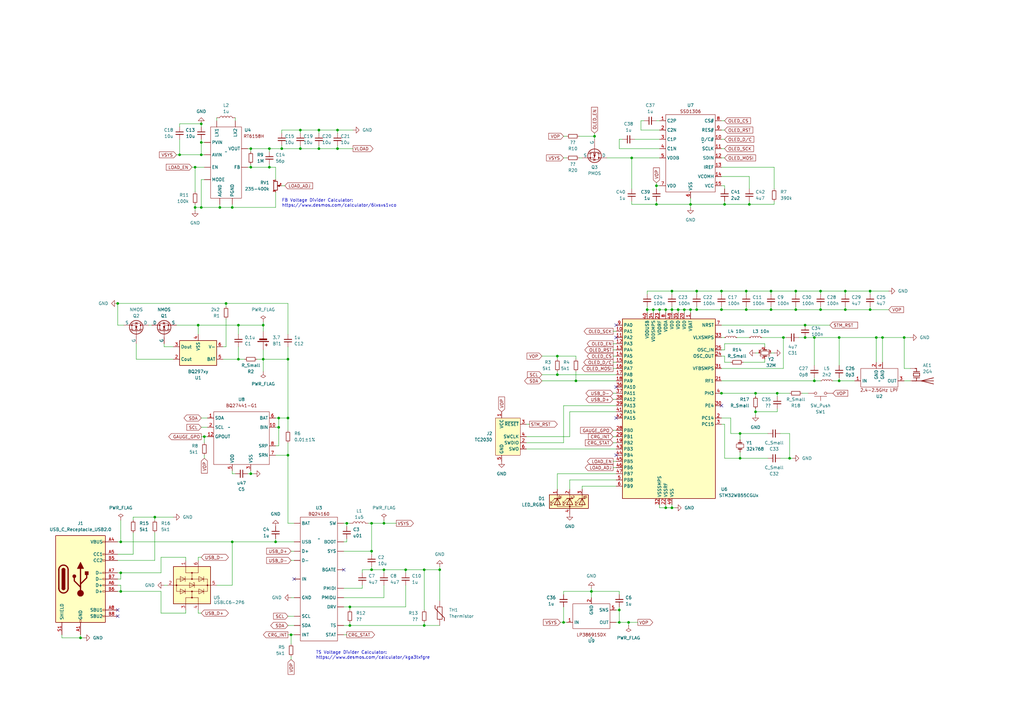
<source format=kicad_sch>
(kicad_sch (version 20230121) (generator eeschema)
  (paper "A3")
  (junction (at 138.43 53.34))
  (junction (at 370.84 138.43))
  (junction (at 330.2 133.35))
  (junction (at 102.87 60.96))
  (junction (at 130.81 60.96))
  (junction (at 344.17 156.21))
  (junction (at 297.18 83.82))
  (junction (at 114.3 175.26))
  (junction (at 278.13 127))
  (junction (at 118.11 186.69))
  (junction (at 303.53 177.8))
  (junction (at 270.51 127))
  (junction (at 157.48 214.63))
  (junction (at 275.59 119.38))
  (junction (at 280.67 127))
  (junction (at 316.23 119.38))
  (junction (at 346.71 119.38))
  (junction (at 303.53 187.96))
  (junction (at 295.91 119.38))
  (junction (at 265.43 127))
  (junction (at 269.24 83.82))
  (junction (at 173.99 233.68))
  (junction (at 361.95 138.43))
  (junction (at 143.51 256.54))
  (junction (at 336.55 127))
  (junction (at 97.79 133.35))
  (junction (at 267.97 127))
  (junction (at 123.19 53.34))
  (junction (at 49.53 222.25))
  (junction (at 152.4 214.63))
  (junction (at 334.01 138.43))
  (junction (at 63.5 212.09))
  (junction (at 82.55 58.42))
  (junction (at 113.03 222.25))
  (junction (at 309.88 161.29))
  (junction (at 359.41 138.43))
  (junction (at 107.95 133.35))
  (junction (at 309.88 168.91))
  (junction (at 326.39 119.38))
  (junction (at 283.21 83.82))
  (junction (at 49.53 234.95))
  (junction (at 157.48 233.68))
  (junction (at 152.4 233.68))
  (junction (at 142.24 214.63))
  (junction (at 243.84 55.88))
  (junction (at 306.07 119.38))
  (junction (at 228.6 146.05))
  (junction (at 326.39 127))
  (junction (at 275.59 208.28))
  (junction (at 119.38 260.35))
  (junction (at 81.28 133.35))
  (junction (at 307.34 83.82))
  (junction (at 118.11 147.32))
  (junction (at 316.23 127))
  (junction (at 49.53 242.57))
  (junction (at 107.95 147.32))
  (junction (at 130.81 53.34))
  (junction (at 231.14 255.27))
  (junction (at 92.71 124.46))
  (junction (at 356.87 127))
  (junction (at 180.34 233.68))
  (junction (at 242.57 242.57))
  (junction (at 273.05 208.28))
  (junction (at 269.24 76.2))
  (junction (at 254 255.27))
  (junction (at 356.87 119.38))
  (junction (at 73.66 63.5))
  (junction (at 273.05 127))
  (junction (at 295.91 127))
  (junction (at 285.75 119.38))
  (junction (at 236.22 156.21))
  (junction (at 334.01 156.21))
  (junction (at 95.25 222.25))
  (junction (at 48.26 124.46))
  (junction (at 80.01 68.58))
  (junction (at 80.01 85.09))
  (junction (at 323.85 187.96))
  (junction (at 283.21 127))
  (junction (at 306.07 127))
  (junction (at 321.31 138.43))
  (junction (at 336.55 119.38))
  (junction (at 110.49 60.96))
  (junction (at 228.6 153.67))
  (junction (at 82.55 85.09))
  (junction (at 318.77 161.29))
  (junction (at 346.71 127))
  (junction (at 259.08 64.77))
  (junction (at 143.51 248.92))
  (junction (at 152.4 226.06))
  (junction (at 330.2 138.43))
  (junction (at 118.11 171.45))
  (junction (at 110.49 68.58))
  (junction (at 82.55 63.5))
  (junction (at 115.57 60.96))
  (junction (at 166.37 233.68))
  (junction (at 123.19 60.96))
  (junction (at 97.79 147.32))
  (junction (at 285.75 127))
  (junction (at 102.87 194.31))
  (junction (at 83.82 179.07))
  (junction (at 114.3 171.45))
  (junction (at 257.81 255.27))
  (junction (at 102.87 68.58))
  (junction (at 295.91 161.29))
  (junction (at 254 250.19))
  (junction (at 33.02 261.62))
  (junction (at 173.99 256.54))
  (junction (at 138.43 60.96))
  (junction (at 275.59 127))
  (junction (at 95.25 85.09))
  (junction (at 90.17 85.09))
  (junction (at 344.17 138.43))
  (junction (at 82.55 50.8))
  (no_connect (at 48.26 252.73))
  (no_connect (at 252.73 171.45))
  (no_connect (at 252.73 186.69))
  (no_connect (at 252.73 138.43))
  (no_connect (at 252.73 133.35))
  (no_connect (at 252.73 158.75))
  (no_connect (at 140.97 233.68))
  (no_connect (at 120.65 237.49))
  (no_connect (at 295.91 166.37))
  (no_connect (at 48.26 250.19))
  (wire (pts (xy 252.73 250.19) (xy 254 250.19)))
  (wire (pts (xy 313.69 148.59) (xy 304.8 148.59)))
  (wire (pts (xy 97.79 147.32) (xy 91.44 147.32)))
  (wire (pts (xy 49.53 240.03) (xy 49.53 242.57)))
  (wire (pts (xy 238.76 199.39) (xy 252.73 199.39)))
  (wire (pts (xy 81.28 228.6) (xy 82.55 228.6)))
  (wire (pts (xy 316.23 119.38) (xy 306.07 119.38)))
  (wire (pts (xy 73.66 52.07) (xy 73.66 50.8)))
  (wire (pts (xy 48.26 242.57) (xy 49.53 242.57)))
  (wire (pts (xy 236.22 156.21) (xy 252.73 156.21)))
  (wire (pts (xy 107.95 143.51) (xy 107.95 147.32)))
  (wire (pts (xy 336.55 119.38) (xy 336.55 120.65)))
  (wire (pts (xy 251.46 181.61) (xy 252.73 181.61)))
  (wire (pts (xy 118.11 260.35) (xy 119.38 260.35)))
  (wire (pts (xy 321.31 151.13) (xy 295.91 151.13)))
  (wire (pts (xy 303.53 185.42) (xy 303.53 187.96)))
  (wire (pts (xy 140.97 226.06) (xy 152.4 226.06)))
  (wire (pts (xy 273.05 208.28) (xy 275.59 208.28)))
  (wire (pts (xy 107.95 147.32) (xy 118.11 147.32)))
  (wire (pts (xy 130.81 60.96) (xy 138.43 60.96)))
  (wire (pts (xy 102.87 68.58) (xy 110.49 68.58)))
  (wire (pts (xy 114.3 175.26) (xy 114.3 182.88)))
  (wire (pts (xy 356.87 119.38) (xy 364.49 119.38)))
  (wire (pts (xy 259.08 83.82) (xy 259.08 82.55)))
  (wire (pts (xy 81.28 251.46) (xy 82.55 251.46)))
  (wire (pts (xy 373.38 138.43) (xy 370.84 138.43)))
  (wire (pts (xy 222.25 153.67) (xy 228.6 153.67)))
  (wire (pts (xy 321.31 138.43) (xy 312.42 138.43)))
  (wire (pts (xy 273.05 207.01) (xy 273.05 208.28)))
  (wire (pts (xy 80.01 68.58) (xy 83.82 68.58)))
  (wire (pts (xy 130.81 53.34) (xy 123.19 53.34)))
  (wire (pts (xy 285.75 119.38) (xy 285.75 120.65)))
  (wire (pts (xy 361.95 138.43) (xy 361.95 148.59)))
  (wire (pts (xy 231.14 255.27) (xy 231.14 248.92)))
  (wire (pts (xy 113.03 222.25) (xy 120.65 222.25)))
  (wire (pts (xy 140.97 214.63) (xy 142.24 214.63)))
  (wire (pts (xy 295.91 173.99) (xy 297.18 173.99)))
  (wire (pts (xy 97.79 137.16) (xy 97.79 133.35)))
  (wire (pts (xy 270.51 76.2) (xy 269.24 76.2)))
  (wire (pts (xy 115.57 53.34) (xy 115.57 54.61)))
  (wire (pts (xy 233.68 196.85) (xy 252.73 196.85)))
  (wire (pts (xy 318.77 167.64) (xy 318.77 168.91)))
  (wire (pts (xy 231.14 166.37) (xy 252.73 166.37)))
  (wire (pts (xy 71.12 212.09) (xy 63.5 212.09)))
  (wire (pts (xy 295.91 127) (xy 285.75 127)))
  (wire (pts (xy 303.53 177.8) (xy 303.53 180.34)))
  (wire (pts (xy 113.03 182.88) (xy 114.3 182.88)))
  (wire (pts (xy 142.24 214.63) (xy 142.24 215.9)))
  (wire (pts (xy 273.05 128.27) (xy 273.05 127)))
  (wire (pts (xy 118.11 252.73) (xy 120.65 252.73)))
  (wire (pts (xy 309.88 144.78) (xy 311.15 144.78)))
  (wire (pts (xy 316.23 119.38) (xy 326.39 119.38)))
  (wire (pts (xy 233.68 168.91) (xy 233.68 179.07)))
  (wire (pts (xy 92.71 142.24) (xy 91.44 142.24)))
  (wire (pts (xy 118.11 137.16) (xy 118.11 124.46)))
  (wire (pts (xy 83.82 179.07) (xy 83.82 181.61)))
  (wire (pts (xy 144.78 53.34) (xy 138.43 53.34)))
  (wire (pts (xy 285.75 119.38) (xy 275.59 119.38)))
  (wire (pts (xy 82.55 57.15) (xy 82.55 58.42)))
  (wire (pts (xy 90.17 85.09) (xy 95.25 85.09)))
  (wire (pts (xy 152.4 233.68) (xy 152.4 232.41)))
  (wire (pts (xy 326.39 119.38) (xy 336.55 119.38)))
  (wire (pts (xy 82.55 85.09) (xy 90.17 85.09)))
  (wire (pts (xy 54.61 213.36) (xy 54.61 212.09)))
  (wire (pts (xy 119.38 229.87) (xy 120.65 229.87)))
  (wire (pts (xy 295.91 161.29) (xy 309.88 161.29)))
  (wire (pts (xy 25.4 260.35) (xy 25.4 261.62)))
  (wire (pts (xy 254 60.96) (xy 270.51 60.96)))
  (wire (pts (xy 242.57 245.11) (xy 242.57 242.57)))
  (wire (pts (xy 67.31 140.97) (xy 67.31 142.24)))
  (wire (pts (xy 231.14 166.37) (xy 231.14 181.61)))
  (wire (pts (xy 344.17 138.43) (xy 334.01 138.43)))
  (wire (pts (xy 157.48 234.95) (xy 157.48 233.68)))
  (wire (pts (xy 231.14 181.61) (xy 215.9 181.61)))
  (wire (pts (xy 148.59 240.03) (xy 148.59 241.3)))
  (wire (pts (xy 95.25 194.31) (xy 95.25 193.04)))
  (wire (pts (xy 152.4 233.68) (xy 157.48 233.68)))
  (wire (pts (xy 260.35 57.15) (xy 270.51 57.15)))
  (wire (pts (xy 248.92 64.77) (xy 259.08 64.77)))
  (wire (pts (xy 81.28 133.35) (xy 72.39 133.35)))
  (wire (pts (xy 231.14 255.27) (xy 232.41 255.27)))
  (wire (pts (xy 180.34 232.41) (xy 180.34 233.68)))
  (wire (pts (xy 152.4 233.68) (xy 148.59 233.68)))
  (wire (pts (xy 102.87 60.96) (xy 102.87 62.23)))
  (wire (pts (xy 142.24 214.63) (xy 143.51 214.63)))
  (wire (pts (xy 322.58 138.43) (xy 321.31 138.43)))
  (wire (pts (xy 314.96 177.8) (xy 303.53 177.8)))
  (wire (pts (xy 238.76 199.39) (xy 238.76 200.66)))
  (wire (pts (xy 309.88 167.64) (xy 309.88 168.91)))
  (wire (pts (xy 82.55 73.66) (xy 82.55 85.09)))
  (wire (pts (xy 81.28 250.19) (xy 81.28 251.46)))
  (wire (pts (xy 102.87 68.58) (xy 101.6 68.58)))
  (wire (pts (xy 273.05 127) (xy 275.59 127)))
  (wire (pts (xy 80.01 83.82) (xy 80.01 85.09)))
  (wire (pts (xy 215.9 184.15) (xy 252.73 184.15)))
  (wire (pts (xy 85.09 179.07) (xy 83.82 179.07)))
  (wire (pts (xy 317.5 83.82) (xy 307.34 83.82)))
  (wire (pts (xy 283.21 83.82) (xy 269.24 83.82)))
  (wire (pts (xy 280.67 127) (xy 283.21 127)))
  (wire (pts (xy 297.18 138.43) (xy 295.91 138.43)))
  (wire (pts (xy 140.97 241.3) (xy 148.59 241.3)))
  (wire (pts (xy 265.43 128.27) (xy 265.43 127)))
  (wire (pts (xy 307.34 82.55) (xy 307.34 83.82)))
  (wire (pts (xy 264.16 49.53) (xy 262.89 49.53)))
  (wire (pts (xy 251.46 146.05) (xy 252.73 146.05)))
  (wire (pts (xy 222.25 156.21) (xy 236.22 156.21)))
  (wire (pts (xy 327.66 138.43) (xy 330.2 138.43)))
  (wire (pts (xy 107.95 133.35) (xy 97.79 133.35)))
  (wire (pts (xy 295.91 156.21) (xy 334.01 156.21)))
  (wire (pts (xy 180.34 256.54) (xy 173.99 256.54)))
  (wire (pts (xy 114.3 171.45) (xy 113.03 171.45)))
  (wire (pts (xy 115.57 59.69) (xy 115.57 60.96)))
  (wire (pts (xy 344.17 138.43) (xy 344.17 149.86)))
  (wire (pts (xy 275.59 119.38) (xy 265.43 119.38)))
  (wire (pts (xy 228.6 194.31) (xy 228.6 200.66)))
  (wire (pts (xy 317.5 68.58) (xy 317.5 77.47)))
  (wire (pts (xy 78.74 68.58) (xy 80.01 68.58)))
  (wire (pts (xy 309.88 168.91) (xy 309.88 170.18)))
  (wire (pts (xy 334.01 154.94) (xy 334.01 156.21)))
  (wire (pts (xy 336.55 127) (xy 346.71 127)))
  (wire (pts (xy 110.49 62.23) (xy 110.49 60.96)))
  (wire (pts (xy 82.55 171.45) (xy 85.09 171.45)))
  (wire (pts (xy 67.31 240.03) (xy 68.58 240.03)))
  (wire (pts (xy 269.24 74.93) (xy 269.24 76.2)))
  (wire (pts (xy 306.07 125.73) (xy 306.07 127)))
  (wire (pts (xy 295.91 119.38) (xy 285.75 119.38)))
  (wire (pts (xy 265.43 119.38) (xy 265.43 120.65)))
  (wire (pts (xy 297.18 83.82) (xy 283.21 83.82)))
  (wire (pts (xy 321.31 151.13) (xy 321.31 138.43)))
  (wire (pts (xy 323.85 177.8) (xy 323.85 187.96)))
  (wire (pts (xy 251.46 143.51) (xy 252.73 143.51)))
  (wire (pts (xy 80.01 86.36) (xy 80.01 85.09)))
  (wire (pts (xy 113.03 78.74) (xy 113.03 85.09)))
  (wire (pts (xy 82.55 58.42) (xy 83.82 58.42)))
  (wire (pts (xy 334.01 138.43) (xy 334.01 149.86)))
  (wire (pts (xy 257.81 255.27) (xy 257.81 256.54)))
  (wire (pts (xy 107.95 132.08) (xy 107.95 133.35)))
  (wire (pts (xy 118.11 256.54) (xy 120.65 256.54)))
  (wire (pts (xy 107.95 133.35) (xy 107.95 135.89)))
  (wire (pts (xy 48.26 133.35) (xy 48.26 124.46)))
  (wire (pts (xy 254 57.15) (xy 254 60.96)))
  (wire (pts (xy 306.07 127) (xy 295.91 127)))
  (wire (pts (xy 143.51 256.54) (xy 143.51 255.27)))
  (wire (pts (xy 242.57 242.57) (xy 254 242.57)))
  (wire (pts (xy 243.84 55.88) (xy 243.84 57.15)))
  (wire (pts (xy 297.18 143.51) (xy 297.18 140.97)))
  (wire (pts (xy 275.59 127) (xy 275.59 128.27)))
  (wire (pts (xy 346.71 119.38) (xy 346.71 120.65)))
  (wire (pts (xy 95.25 222.25) (xy 113.03 222.25)))
  (wire (pts (xy 295.91 133.35) (xy 330.2 133.35)))
  (wire (pts (xy 82.55 179.07) (xy 83.82 179.07)))
  (wire (pts (xy 66.04 242.57) (xy 66.04 251.46)))
  (wire (pts (xy 243.84 54.61) (xy 243.84 55.88)))
  (wire (pts (xy 49.53 222.25) (xy 95.25 222.25)))
  (wire (pts (xy 255.27 57.15) (xy 254 57.15)))
  (wire (pts (xy 97.79 147.32) (xy 100.33 147.32)))
  (wire (pts (xy 119.38 245.11) (xy 120.65 245.11)))
  (wire (pts (xy 299.72 171.45) (xy 295.91 171.45)))
  (wire (pts (xy 71.12 147.32) (xy 55.88 147.32)))
  (wire (pts (xy 295.91 60.96) (xy 297.18 60.96)))
  (wire (pts (xy 261.62 255.27) (xy 257.81 255.27)))
  (wire (pts (xy 251.46 189.23) (xy 252.73 189.23)))
  (wire (pts (xy 252.73 163.83) (xy 251.46 163.83)))
  (wire (pts (xy 242.57 242.57) (xy 242.57 241.3)))
  (wire (pts (xy 356.87 120.65) (xy 356.87 119.38)))
  (wire (pts (xy 295.91 64.77) (xy 297.18 64.77)))
  (wire (pts (xy 350.52 156.21) (xy 344.17 156.21)))
  (wire (pts (xy 231.14 242.57) (xy 242.57 242.57)))
  (wire (pts (xy 270.51 127) (xy 273.05 127)))
  (wire (pts (xy 157.48 233.68) (xy 166.37 233.68)))
  (wire (pts (xy 63.5 229.87) (xy 63.5 218.44)))
  (wire (pts (xy 118.11 214.63) (xy 120.65 214.63)))
  (wire (pts (xy 313.69 140.97) (xy 313.69 142.24)))
  (wire (pts (xy 48.26 229.87) (xy 63.5 229.87)))
  (wire (pts (xy 25.4 261.62) (xy 33.02 261.62)))
  (wire (pts (xy 275.59 119.38) (xy 275.59 120.65)))
  (wire (pts (xy 48.26 237.49) (xy 49.53 237.49)))
  (wire (pts (xy 110.49 60.96) (xy 115.57 60.96)))
  (wire (pts (xy 283.21 127) (xy 283.21 128.27)))
  (wire (pts (xy 166.37 240.03) (xy 166.37 248.92)))
  (wire (pts (xy 297.18 187.96) (xy 303.53 187.96)))
  (wire (pts (xy 49.53 234.95) (xy 66.04 234.95)))
  (wire (pts (xy 73.66 50.8) (xy 82.55 50.8)))
  (wire (pts (xy 81.28 228.6) (xy 81.28 229.87)))
  (wire (pts (xy 83.82 186.69) (xy 83.82 187.96)))
  (wire (pts (xy 307.34 138.43) (xy 302.26 138.43)))
  (wire (pts (xy 254 250.19) (xy 254 248.92)))
  (wire (pts (xy 344.17 156.21) (xy 341.63 156.21)))
  (wire (pts (xy 303.53 177.8) (xy 299.72 177.8)))
  (wire (pts (xy 166.37 233.68) (xy 166.37 234.95)))
  (wire (pts (xy 313.69 147.32) (xy 313.69 148.59)))
  (wire (pts (xy 370.84 138.43) (xy 370.84 151.13)))
  (wire (pts (xy 307.34 83.82) (xy 297.18 83.82)))
  (wire (pts (xy 283.21 127) (xy 285.75 127)))
  (wire (pts (xy 48.26 234.95) (xy 49.53 234.95)))
  (wire (pts (xy 299.72 177.8) (xy 299.72 171.45)))
  (wire (pts (xy 33.02 261.62) (xy 34.29 261.62)))
  (wire (pts (xy 107.95 147.32) (xy 105.41 147.32)))
  (wire (pts (xy 54.61 212.09) (xy 63.5 212.09)))
  (wire (pts (xy 331.47 161.29) (xy 328.93 161.29)))
  (wire (pts (xy 346.71 125.73) (xy 346.71 127)))
  (wire (pts (xy 151.13 214.63) (xy 152.4 214.63)))
  (wire (pts (xy 82.55 52.07) (xy 82.55 50.8)))
  (wire (pts (xy 326.39 127) (xy 336.55 127)))
  (wire (pts (xy 110.49 60.96) (xy 102.87 60.96)))
  (wire (pts (xy 251.46 140.97) (xy 252.73 140.97)))
  (wire (pts (xy 251.46 176.53) (xy 252.73 176.53)))
  (wire (pts (xy 66.04 228.6) (xy 76.2 228.6)))
  (wire (pts (xy 278.13 127) (xy 278.13 128.27)))
  (wire (pts (xy 323.85 177.8) (xy 320.04 177.8)))
  (wire (pts (xy 316.23 119.38) (xy 316.23 120.65)))
  (wire (pts (xy 76.2 228.6) (xy 76.2 229.87)))
  (wire (pts (xy 316.23 125.73) (xy 316.23 127)))
  (wire (pts (xy 96.52 48.26) (xy 96.52 49.53)))
  (wire (pts (xy 318.77 161.29) (xy 309.88 161.29)))
  (wire (pts (xy 80.01 85.09) (xy 82.55 85.09)))
  (wire (pts (xy 297.18 82.55) (xy 297.18 83.82)))
  (wire (pts (xy 309.88 161.29) (xy 309.88 162.56)))
  (wire (pts (xy 118.11 186.69) (xy 118.11 214.63)))
  (wire (pts (xy 113.03 220.98) (xy 113.03 222.25)))
  (wire (pts (xy 359.41 138.43) (xy 359.41 148.59)))
  (wire (pts (xy 97.79 147.32) (xy 97.79 142.24)))
  (wire (pts (xy 370.84 156.21) (xy 373.38 156.21)))
  (wire (pts (xy 113.03 68.58) (xy 113.03 73.66)))
  (wire (pts (xy 275.59 207.01) (xy 275.59 208.28)))
  (wire (pts (xy 275.59 127) (xy 278.13 127)))
  (wire (pts (xy 173.99 255.27) (xy 173.99 256.54)))
  (wire (pts (xy 140.97 245.11) (xy 157.48 245.11)))
  (wire (pts (xy 102.87 194.31) (xy 102.87 193.04)))
  (wire (pts (xy 88.9 48.26) (xy 88.9 49.53)))
  (wire (pts (xy 63.5 212.09) (xy 63.5 213.36)))
  (wire (pts (xy 231.14 64.77) (xy 232.41 64.77)))
  (wire (pts (xy 123.19 60.96) (xy 130.81 60.96)))
  (wire (pts (xy 231.14 243.84) (xy 231.14 242.57)))
  (wire (pts (xy 356.87 125.73) (xy 356.87 127)))
  (wire (pts (xy 237.49 64.77) (xy 238.76 64.77)))
  (wire (pts (xy 101.6 60.96) (xy 102.87 60.96)))
  (wire (pts (xy 152.4 226.06) (xy 152.4 227.33)))
  (wire (pts (xy 233.68 168.91) (xy 252.73 168.91)))
  (wire (pts (xy 66.04 234.95) (xy 66.04 228.6)))
  (wire (pts (xy 173.99 233.68) (xy 173.99 250.19)))
  (wire (pts (xy 66.04 251.46) (xy 76.2 251.46)))
  (wire (pts (xy 142.24 222.25) (xy 142.24 220.98)))
  (wire (pts (xy 73.66 57.15) (xy 73.66 63.5)))
  (wire (pts (xy 297.18 148.59) (xy 297.18 146.05)))
  (wire (pts (xy 228.6 153.67) (xy 252.73 153.67)))
  (wire (pts (xy 325.12 187.96) (xy 323.85 187.96)))
  (wire (pts (xy 270.51 208.28) (xy 273.05 208.28)))
  (wire (pts (xy 344.17 154.94) (xy 344.17 156.21)))
  (wire (pts (xy 299.72 148.59) (xy 297.18 148.59)))
  (wire (pts (xy 259.08 77.47) (xy 259.08 64.77)))
  (wire (pts (xy 90.17 83.82) (xy 90.17 85.09)))
  (wire (pts (xy 81.28 137.16) (xy 81.28 133.35)))
  (wire (pts (xy 48.26 240.03) (xy 49.53 240.03)))
  (wire (pts (xy 148.59 234.95) (xy 148.59 233.68)))
  (wire (pts (xy 119.38 260.35) (xy 120.65 260.35)))
  (wire (pts (xy 233.68 179.07) (xy 215.9 179.07)))
  (wire (pts (xy 236.22 146.05) (xy 228.6 146.05)))
  (wire (pts (xy 82.55 63.5) (xy 82.55 58.42)))
  (wire (pts (xy 152.4 214.63) (xy 157.48 214.63)))
  (wire (pts (xy 49.53 242.57) (xy 66.04 242.57)))
  (wire (pts (xy 326.39 125.73) (xy 326.39 127)))
  (wire (pts (xy 326.39 127) (xy 316.23 127)))
  (wire (pts (xy 323.85 187.96) (xy 320.04 187.96)))
  (wire (pts (xy 294.64 161.29) (xy 295.91 161.29)))
  (wire (pts (xy 269.24 49.53) (xy 270.51 49.53)))
  (wire (pts (xy 254 255.27) (xy 254 250.19)))
  (wire (pts (xy 295.91 57.15) (xy 297.18 57.15)))
  (wire (pts (xy 251.46 135.89) (xy 252.73 135.89)))
  (wire (pts (xy 118.11 147.32) (xy 118.11 171.45)))
  (wire (pts (xy 283.21 83.82) (xy 283.21 85.09)))
  (wire (pts (xy 130.81 59.69) (xy 130.81 60.96)))
  (wire (pts (xy 180.34 233.68) (xy 180.34 246.38)))
  (wire (pts (xy 236.22 147.32) (xy 236.22 146.05)))
  (wire (pts (xy 110.49 67.31) (xy 110.49 68.58)))
  (wire (pts (xy 76.2 251.46) (xy 76.2 250.19)))
  (wire (pts (xy 295.91 125.73) (xy 295.91 127)))
  (wire (pts (xy 269.24 76.2) (xy 269.24 77.47)))
  (wire (pts (xy 119.38 260.35) (xy 119.38 264.16)))
  (wire (pts (xy 251.46 148.59) (xy 252.73 148.59)))
  (wire (pts (xy 306.07 119.38) (xy 295.91 119.38)))
  (wire (pts (xy 114.3 171.45) (xy 114.3 175.26)))
  (wire (pts (xy 295.91 53.34) (xy 297.18 53.34)))
  (wire (pts (xy 318.77 168.91) (xy 309.88 168.91)))
  (wire (pts (xy 138.43 59.69) (xy 138.43 60.96)))
  (wire (pts (xy 92.71 125.73) (xy 92.71 124.46)))
  (wire (pts (xy 330.2 138.43) (xy 334.01 138.43)))
  (wire (pts (xy 317.5 82.55) (xy 317.5 83.82)))
  (wire (pts (xy 314.96 187.96) (xy 303.53 187.96)))
  (wire (pts (xy 118.11 171.45) (xy 114.3 171.45)))
  (wire (pts (xy 138.43 60.96) (xy 144.78 60.96)))
  (wire (pts (xy 97.79 133.35) (xy 81.28 133.35)))
  (wire (pts (xy 140.97 260.35) (xy 142.24 260.35)))
  (wire (pts (xy 278.13 127) (xy 280.67 127)))
  (wire (pts (xy 285.75 125.73) (xy 285.75 127)))
  (wire (pts (xy 346.71 119.38) (xy 356.87 119.38)))
  (wire (pts (xy 49.53 213.36) (xy 49.53 222.25)))
  (wire (pts (xy 138.43 53.34) (xy 138.43 54.61)))
  (wire (pts (xy 228.6 194.31) (xy 252.73 194.31)))
  (wire (pts (xy 283.21 81.28) (xy 283.21 83.82)))
  (wire (pts (xy 330.2 133.35) (xy 340.36 133.35)))
  (wire (pts (xy 336.55 156.21) (xy 334.01 156.21)))
  (wire (pts (xy 370.84 138.43) (xy 361.95 138.43)))
  (wire (pts (xy 270.51 207.01) (xy 270.51 208.28)))
  (wire (pts (xy 123.19 53.34) (xy 115.57 53.34)))
  (wire (pts (xy 252.73 255.27) (xy 254 255.27)))
  (wire (pts (xy 270.51 127) (xy 270.51 128.27)))
  (wire (pts (xy 83.82 63.5) (xy 82.55 63.5)))
  (wire (pts (xy 104.14 194.31) (xy 102.87 194.31)))
  (wire (pts (xy 295.91 119.38) (xy 295.91 120.65)))
  (wire (pts (xy 326.39 119.38) (xy 326.39 120.65)))
  (wire (pts (xy 152.4 214.63) (xy 152.4 226.06)))
  (wire (pts (xy 231.14 255.27) (xy 229.87 255.27)))
  (wire (pts (xy 251.46 179.07) (xy 252.73 179.07)))
  (wire (pts (xy 346.71 127) (xy 356.87 127)))
  (wire (pts (xy 123.19 53.34) (xy 123.19 54.61)))
  (wire (pts (xy 138.43 53.34) (xy 130.81 53.34)))
  (wire (pts (xy 83.82 73.66) (xy 82.55 73.66)))
  (wire (pts (xy 251.46 191.77) (xy 252.73 191.77)))
  (wire (pts (xy 54.61 227.33) (xy 54.61 218.44)))
  (wire (pts (xy 49.53 237.49) (xy 49.53 234.95)))
  (wire (pts (xy 48.26 227.33) (xy 54.61 227.33)))
  (wire (pts (xy 233.68 196.85) (xy 233.68 200.66)))
  (wire (pts (xy 297.18 173.99) (xy 297.18 187.96)))
  (wire (pts (xy 297.18 76.2) (xy 295.91 76.2)))
  (wire (pts (xy 95.25 85.09) (xy 113.03 85.09)))
  (wire (pts (xy 118.11 147.32) (xy 118.11 142.24)))
  (wire (pts (xy 130.81 53.34) (xy 130.81 54.61)))
  (wire (pts (xy 280.67 127) (xy 280.67 128.27)))
  (wire (pts (xy 102.87 194.31) (xy 101.6 194.31)))
  (wire (pts (xy 166.37 233.68) (xy 173.99 233.68)))
  (wire (pts (xy 254 242.57) (xy 254 243.84)))
  (wire (pts (xy 157.48 213.36) (xy 157.48 214.63)))
  (wire (pts (xy 95.25 83.82) (xy 95.25 85.09)))
  (wire (pts (xy 236.22 152.4) (xy 236.22 156.21)))
  (wire (pts (xy 251.46 151.13) (xy 252.73 151.13)))
  (wire (pts (xy 118.11 186.69) (xy 113.03 186.69)))
  (wire (pts (xy 295.91 68.58) (xy 317.5 68.58)))
  (wire (pts (xy 267.97 127) (xy 267.97 128.27)))
  (wire (pts (xy 140.97 222.25) (xy 142.24 222.25)))
  (wire (pts (xy 318.77 161.29) (xy 323.85 161.29)))
  (wire (pts (xy 157.48 214.63) (xy 162.56 214.63)))
  (wire (pts (xy 265.43 125.73) (xy 265.43 127)))
  (wire (pts (xy 50.8 133.35) (xy 48.26 133.35)))
  (wire (pts (xy 297.18 140.97) (xy 313.69 140.97)))
  (wire (pts (xy 62.23 133.35) (xy 60.96 133.35)))
  (wire (pts (xy 96.52 194.31) (xy 95.25 194.31)))
  (wire (pts (xy 118.11 181.61) (xy 118.11 186.69)))
  (wire (pts (xy 297.18 77.47) (xy 297.18 76.2)))
  (wire (pts (xy 373.38 151.13) (xy 370.84 151.13)))
  (wire (pts (xy 33.02 260.35) (xy 33.02 261.62)))
  (wire (pts (xy 114.3 175.26) (xy 113.03 175.26)))
  (wire (pts (xy 359.41 138.43) (xy 344.17 138.43)))
  (wire (pts (xy 92.71 142.24) (xy 92.71 130.81)))
  (wire (pts (xy 143.51 248.92) (xy 140.97 248.92)))
  (wire (pts (xy 231.14 55.88) (xy 232.41 55.88)))
  (wire (pts (xy 217.17 173.99) (xy 215.9 173.99)))
  (wire (pts (xy 55.88 147.32) (xy 55.88 140.97)))
  (wire (pts (xy 95.25 240.03) (xy 95.25 222.25)))
  (wire (pts (xy 72.39 63.5) (xy 73.66 63.5)))
  (wire (pts (xy 102.87 67.31) (xy 102.87 68.58)))
  (wire (pts (xy 118.11 171.45) (xy 118.11 176.53)))
  (wire (pts (xy 228.6 147.32) (xy 228.6 146.05)))
  (wire (pts (xy 228.6 146.05) (xy 222.25 146.05)))
  (wire (pts (xy 295.91 49.53) (xy 297.18 49.53)))
  (wire (pts (xy 88.9 240.03) (xy 95.25 240.03)))
  (wire (pts (xy 119.38 269.24) (xy 119.38 270.51)))
  (wire (pts (xy 269.24 82.55) (xy 269.24 83.82)))
  (wire (pts (xy 262.89 49.53) (xy 262.89 53.34)))
  (wire (pts (xy 143.51 248.92) (xy 143.51 250.19)))
  (wire (pts (xy 113.03 68.58) (xy 110.49 68.58)))
  (wire (pts (xy 118.11 124.46) (xy 92.71 124.46)))
  (wire (pts (xy 119.38 226.06) (xy 120.65 226.06)))
  (wire (pts (xy 306.07 119.38) (xy 306.07 120.65)))
  (wire (pts (xy 259.08 64.77) (xy 270.51 64.77)))
  (wire (pts (xy 73.66 63.5) (xy 82.55 63.5)))
  (wire (pts (xy 275.59 208.28) (xy 276.86 208.28)))
  (wire (pts (xy 237.49 55.88) (xy 243.84 55.88)))
  (wire (pts (xy 115.57 76.2) (xy 116.84 76.2)))
  (wire (pts (xy 267.97 127) (xy 270.51 127)))
  (wire (pts (xy 254 255.27) (xy 257.81 255.27)))
  (wire (pts (xy 275.59 125.73) (xy 275.59 127)))
  (wire (pts (xy 48.26 222.25) (xy 49.53 222.25)))
  (wire (pts (xy 297.18 146.05) (xy 295.91 146.05)))
  (wire (pts (xy 269.24 83.82) (xy 259.08 83.82)))
  (wire (pts (xy 82.55 175.26) (xy 85.09 175.26)))
  (wire (pts (xy 336.55 119.38) (xy 346.71 119.38)))
  (wire (pts (xy 107.95 147.32) (xy 107.95 152.4)))
  (wire (pts (xy 356.87 127) (xy 364.49 127)))
  (wire (pts (xy 307.34 72.39) (xy 295.91 72.39)))
  (wire (pts (xy 67.31 142.24) (xy 71.12 142.24)))
  (wire (pts (xy 140.97 256.54) (xy 143.51 256.54)))
  (wire (pts (xy 361.95 138.43) (xy 359.41 138.43)))
  (wire (pts (xy 307.34 77.47) (xy 307.34 72.39)))
  (wire (pts (xy 228.6 152.4) (xy 228.6 153.67)))
  (wire (pts (xy 265.43 127) (xy 267.97 127)))
  (wire (pts (xy 336.55 125.73) (xy 336.55 127)))
  (wire (pts (xy 297.18 143.51) (xy 295.91 143.51)))
  (wire (pts (xy 166.37 248.92) (xy 143.51 248.92)))
  (wire (pts (xy 316.23 127) (xy 306.07 127)))
  (wire (pts (xy 173.99 256.54) (xy 143.51 256.54)))
  (wire (pts (xy 48.26 124.46) (xy 92.71 124.46)))
  (wire (pts (xy 80.01 68.58) (xy 80.01 78.74)))
  (wire (pts (xy 316.23 144.78) (xy 317.5 144.78)))
  (wire (pts (xy 123.19 59.69) (xy 123.19 60.96)))
  (wire (pts (xy 157.48 240.03) (xy 157.48 245.11)))
  (wire (pts (xy 173.99 233.68) (xy 180.34 233.68)))
  (wire (pts (xy 262.89 53.34) (xy 270.51 53.34)))
  (wire (pts (xy 252.73 161.29) (xy 251.46 161.29)))
  (wire (pts (xy 115.57 60.96) (xy 123.19 60.96)))
  (wire (pts (xy 318.77 162.56) (xy 318.77 161.29)))
  (text "FB Voltage Divider Calculator:\nhttps://www.desmos.com/calculator/6lxsvs1vco" (at 115.57 85.09 0) (effects (font (size 1.27 1.27)) (justify left bottom)))
  (text "TS Voltage Divider Calculator:\nhttps://www.desmos.com/calculator/kga3txfgre" (at 129.54 270.51 0) (effects (font (size 1.27 1.27)) (justify left bottom)))
  (global_label "VLOAD" (shape output) (at 144.78 60.96 0) (property "Intersheetrefs" "${INTERSHEET_REFS}" (effects hide)))
  (global_label "USB_D-" (shape bidirectional) (at 82.55 228.6 0) (property "Intersheetrefs" "${INTERSHEET_REFS}" (effects hide)))
  (global_label "VOP" (shape input) (at 364.49 127 0) (property "Intersheetrefs" "${INTERSHEET_REFS}" (effects hide)))
  (global_label "SCL" (shape input) (at 222.25 153.67 180) (property "Intersheetrefs" "${INTERSHEET_REFS}" (effects hide)))
  (global_label "SCL" (shape input) (at 118.11 252.73 180) (property "Intersheetrefs" "${INTERSHEET_REFS}" (effects hide)))
  (global_label "OLED_EN" (shape input) (at 243.84 54.61 90) (property "Intersheetrefs" "${INTERSHEET_REFS}" (effects hide)))
  (global_label "SDA" (shape bidirectional) (at 82.55 171.45 180) (property "Intersheetrefs" "${INTERSHEET_REFS}" (effects hide)))
  (global_label "CRG_INT" (shape output) (at 118.11 260.35 180) (property "Intersheetrefs" "${INTERSHEET_REFS}" (effects hide)))
  (global_label "USB_D+" (shape bidirectional) (at 251.46 163.83 180) (property "Intersheetrefs" "${INTERSHEET_REFS}" (effects hide)))
  (global_label "USB_D-" (shape bidirectional) (at 251.46 161.29 180) (property "Intersheetrefs" "${INTERSHEET_REFS}" (effects hide)))
  (global_label "VOP" (shape input) (at 231.14 55.88 180) (property "Intersheetrefs" "${INTERSHEET_REFS}" (effects hide)))
  (global_label "LOAD_EN" (shape output) (at 251.46 189.23 180) (property "Intersheetrefs" "${INTERSHEET_REFS}" (effects hide)))
  (global_label "OLED_CS" (shape input) (at 297.18 49.53 0) (property "Intersheetrefs" "${INTERSHEET_REFS}" (effects hide)))
  (global_label "SCL" (shape input) (at 82.55 175.26 180) (property "Intersheetrefs" "${INTERSHEET_REFS}" (effects hide)))
  (global_label "OLED_MOSI" (shape input) (at 297.18 64.77 0) (property "Intersheetrefs" "${INTERSHEET_REFS}" (effects hide)))
  (global_label "VOP" (shape input) (at 119.38 270.51 270) (property "Intersheetrefs" "${INTERSHEET_REFS}" (effects hide)))
  (global_label "OLED_RST" (shape output) (at 251.46 143.51 180) (property "Intersheetrefs" "${INTERSHEET_REFS}" (effects hide)))
  (global_label "VOP" (shape input) (at 341.63 161.29 0) (property "Intersheetrefs" "${INTERSHEET_REFS}" (effects hide)))
  (global_label "LOAD_ADJ" (shape input) (at 116.84 76.2 0) (property "Intersheetrefs" "${INTERSHEET_REFS}" (effects hide)))
  (global_label "OLED_MOSI" (shape output) (at 251.46 151.13 180) (property "Intersheetrefs" "${INTERSHEET_REFS}" (effects hide)))
  (global_label "VSYS" (shape input) (at 72.39 63.5 180) (property "Intersheetrefs" "${INTERSHEET_REFS}" (effects hide)))
  (global_label "USB_D+" (shape input) (at 119.38 226.06 180) (property "Intersheetrefs" "${INTERSHEET_REFS}" (effects hide)))
  (global_label "VOP" (shape input) (at 83.82 187.96 270) (property "Intersheetrefs" "${INTERSHEET_REFS}" (effects hide)))
  (global_label "GAUGE_GPO" (shape input) (at 251.46 176.53 180) (property "Intersheetrefs" "${INTERSHEET_REFS}" (effects hide)))
  (global_label "LOAD_ADJ" (shape output) (at 251.46 191.77 180) (property "Intersheetrefs" "${INTERSHEET_REFS}" (effects hide)))
  (global_label "GAUGE_GPO" (shape output) (at 82.55 179.07 180) (property "Intersheetrefs" "${INTERSHEET_REFS}" (effects hide)))
  (global_label "VSYS" (shape input) (at 229.87 255.27 180) (property "Intersheetrefs" "${INTERSHEET_REFS}" (effects hide)))
  (global_label "VOP" (shape input) (at 222.25 146.05 180) (property "Intersheetrefs" "${INTERSHEET_REFS}" (effects hide)))
  (global_label "STM_RST " (shape output) (at 217.17 173.99 0) (property "Intersheetrefs" "${INTERSHEET_REFS}" (effects hide)))
  (global_label "CRG_INT" (shape input) (at 251.46 179.07 180) (property "Intersheetrefs" "${INTERSHEET_REFS}" (effects hide)))
  (global_label "STM_RST " (shape input) (at 340.36 133.35 0) (property "Intersheetrefs" "${INTERSHEET_REFS}" (effects hide)))
  (global_label "OLED_D{slash}C" (shape output) (at 251.46 148.59 180) (property "Intersheetrefs" "${INTERSHEET_REFS}" (effects hide)))
  (global_label "OLED_SCK" (shape input) (at 297.18 60.96 0) (property "Intersheetrefs" "${INTERSHEET_REFS}" (effects hide)))
  (global_label "USB_D+" (shape bidirectional) (at 82.55 251.46 0) (property "Intersheetrefs" "${INTERSHEET_REFS}" (effects hide)))
  (global_label "LOAD_EN" (shape input) (at 78.74 68.58 180) (property "Intersheetrefs" "${INTERSHEET_REFS}" (effects hide)))
  (global_label "VSYS" (shape input) (at 231.14 64.77 180) (property "Intersheetrefs" "${INTERSHEET_REFS}" (effects hide)))
  (global_label "VOP" (shape input) (at 269.24 74.93 90) (property "Intersheetrefs" "${INTERSHEET_REFS}" (effects hide)))
  (global_label "VSYS" (shape output) (at 162.56 214.63 0) (property "Intersheetrefs" "${INTERSHEET_REFS}" (effects hide)))
  (global_label "CRG_STAT" (shape input) (at 251.46 181.61 180) (property "Intersheetrefs" "${INTERSHEET_REFS}" (effects hide)))
  (global_label "VOP" (shape input) (at 205.74 168.91 90) (property "Intersheetrefs" "${INTERSHEET_REFS}" (effects hide)))
  (global_label "VOP" (shape output) (at 261.62 255.27 0) (property "Intersheetrefs" "${INTERSHEET_REFS}" (effects hide)))
  (global_label "CRG_STAT" (shape output) (at 142.24 260.35 0) (property "Intersheetrefs" "${INTERSHEET_REFS}" (effects hide)))
  (global_label "OLED_CS" (shape output) (at 251.46 146.05 180) (property "Intersheetrefs" "${INTERSHEET_REFS}" (effects hide)))
  (global_label "OLED_D{slash}C" (shape input) (at 297.18 57.15 0) (property "Intersheetrefs" "${INTERSHEET_REFS}" (effects hide)))
  (global_label "OLED_SCK" (shape output) (at 251.46 135.89 180) (property "Intersheetrefs" "${INTERSHEET_REFS}" (effects hide)))
  (global_label "USB_D-" (shape input) (at 119.38 229.87 180) (property "Intersheetrefs" "${INTERSHEET_REFS}" (effects hide)))
  (global_label "SDA" (shape bidirectional) (at 222.25 156.21 180) (property "Intersheetrefs" "${INTERSHEET_REFS}" (effects hide)))
  (global_label "OLED_EN" (shape output) (at 251.46 140.97 180) (property "Intersheetrefs" "${INTERSHEET_REFS}" (effects hide)))
  (global_label "OLED_RST" (shape input) (at 297.18 53.34 0) (property "Intersheetrefs" "${INTERSHEET_REFS}" (effects hide)))
  (global_label "SDA" (shape bidirectional) (at 118.11 256.54 180) (property "Intersheetrefs" "${INTERSHEET_REFS}" (effects hide)))
  (symbol (lib_id "Device:C_Small") (at 356.87 123.19 0) (unit 1)
    (property "Reference" "C25" (at 359.41 121.9263 0) (effects (justify left)))
    (property "Value" "4u7" (at 359.41 124.4663 0) (effects (justify left)))
  )
  (symbol (lib_id "Device:R_Small") (at 80.01 81.28 0) (mirror y) (unit 1)
    (property "Reference" "R11" (at 77.47 80.01 0) (effects (justify left)))
    (property "Value" "100k" (at 77.47 82.55 0) (effects (justify left)))
  )
  (symbol (lib_id "Device:C_Small") (at 344.17 152.4 0) (unit 1)
    (property "Reference" "C26" (at 346.71 151.1363 0) (effects (justify left)))
    (property "Value" "0p3" (at 346.71 153.6763 0) (effects (justify left)))
  )
  (symbol (lib_id "power:PWR_FLAG") (at 157.48 213.36 0) (unit 1)
    (property "Reference" "#FLG04" (effects hide))
    (property "Value" "PWR_FLAG" (at 157.48 208.28 0))
  )
  (symbol (lib_id "Device:C_Small") (at 326.39 123.19 0) (unit 1)
    (property "Reference" "C30" (at 328.93 121.9263 0) (effects (justify left)))
    (property "Value" "100n" (at 328.93 124.4663 0) (effects (justify left)))
  )
  (symbol (lib_id "Device:R_Small") (at 302.26 148.59 270) (mirror x) (unit 1)
    (property "Reference" "R14" (at 302.26 143.51 90))
    (property "Value" "R_Small" (at 302.26 146.05 90))
  )
  (symbol (lib_id "power:GND") (at 309.88 170.18 0) (unit 1)
    (property "Reference" "#PWR014" (effects hide))
    (property "Value" "GND" (at 309.88 175.26 0))
  )
  (symbol (lib_id "Simulation_SPICE:NMOS") (at 67.31 135.89 90) (unit 1)
    (property "Reference" "Q1" (at 67.31 129.54 90))
    (property "Value" "NMOS" (at 67.31 127 90))
    (property "Datasheet" "https://www.ti.com/general/docs/suppproductinfo.tsp?distId=10&gotoUrl=https%3A%2F%2Fwww.ti.com%2Flit%2Fgpn%2Fcsd16406q3" (effects hide))
    (property "Sim.Device" "NMOS" (effects hide))
    (property "Sim.Type" "VDMOS" (effects hide))
    (property "Sim.Pins" "1=D 2=G 3=S" (effects hide))
    (property "Distrubuter Link" "https://www.digikey.com/en/products/detail/texas-instruments/CSD16406Q3/2038306?s=N4IgTCBcDaIMIGUAiBGAbAFgAxoIoGYQBdAXyA" (effects hide))
  )
  (symbol (lib_id "Device:L_Small") (at 339.09 156.21 270) (mirror x) (unit 1)
    (property "Reference" "L5" (at 339.09 151.13 90))
    (property "Value" "2n2" (at 339.09 153.67 90))
  )
  (symbol (lib_id "MCU_ST_STM32WB:STM32WB55CGUx") (at 275.59 168.91 0) (mirror y) (unit 1)
    (property "Reference" "U6" (at 298.45 200.66 0) (effects (justify left)))
    (property "Value" "STM32WB55CGUx" (at 311.15 203.2 0) (effects (justify left)))
    (property "Footprint" "Package_DFN_QFN:QFN-48-1EP_7x7mm_P0.5mm_EP5.6x5.6mm" (effects hide))
    (property "Datasheet" "https://www.st.com/resource/en/datasheet/stm32wb55cg.pdf" (effects hide))
    (property "Distrubuter Link" "https://www.digikey.com/en/products/detail/stmicroelectronics/STM32WB55CGU6/9919554" (effects hide))
  )
  (symbol (lib_id "Device:C_Small") (at 157.48 237.49 0) (unit 1)
    (property "Reference" "C8" (at 160.02 236.2263 0) (effects (justify left)))
    (property "Value" "4u7" (at 160.02 238.7663 0) (effects (justify left)))
  )
  (symbol (lib_id "Device:R_Small") (at 102.87 64.77 0) (unit 1)
    (property "Reference" "R9" (at 105.41 63.5 0) (effects (justify left)))
    (property "Value" "1M" (at 105.41 66.04 0) (effects (justify left)))
  )
  (symbol (lib_id "Device:L_Small") (at 309.88 138.43 270) (mirror x) (unit 1)
    (property "Reference" "L3" (at 309.88 135.89 90))
    (property "Value" "10n" (at 313.69 135.89 90))
  )
  (symbol (lib_id "Device:R_Small") (at 92.71 128.27 180) (unit 1)
    (property "Reference" "R1" (at 90.17 129.54 0) (effects (justify left)))
    (property "Value" "2k2" (at 90.17 127 0) (effects (justify left)))
  )
  (symbol (lib_id "power:GND") (at 113.03 215.9 0) (mirror x) (unit 1)
    (property "Reference" "#PWR06" (effects hide))
    (property "Value" "GND" (at 113.03 210.82 0))
  )
  (symbol (lib_id "power:GND") (at 80.01 86.36 0) (unit 1)
    (property "Reference" "#PWR016" (effects hide))
    (property "Value" "GND" (at 80.01 91.44 0))
  )
  (symbol (lib_id "Device:C_Small") (at 297.18 80.01 180) (unit 1)
    (property "Reference" "C41" (at 299.72 78.7336 0) (effects (justify right)))
    (property "Value" "2u2" (at 299.72 81.2736 0) (effects (justify right)))
  )
  (symbol (lib_id "Power_Protection:USBLC6-2P6") (at 78.74 240.03 270) (unit 1)
    (property "Reference" "U5" (at 88.9 245.11 90))
    (property "Value" "USBLC6-2P6" (at 93.98 247.0719 90))
    (property "Footprint" "Package_TO_SOT_SMD:SOT-666" (effects hide))
    (property "Datasheet" "https://www.st.com/resource/en/datasheet/usblc6-2.pdf" (effects hide))
    (property "Distrubuter Link" "https://www.digikey.com/en/products/detail/stmicroelectronics/USBLC6-2P6/1007440" (effects hide))
  )
  (symbol (lib_id "power:GND") (at 48.26 124.46 270) (unit 1)
    (property "Reference" "#PWR02" (effects hide))
    (property "Value" "GND" (at 44.45 124.46 90) (effects (justify right)))
  )
  (symbol (lib_id "Device:R_Small") (at 118.11 179.07 0) (mirror y) (unit 1)
    (property "Reference" "R6" (at 120.65 177.8 0) (effects (justify right)))
    (property "Value" "0.01±1%" (at 120.65 180.34 0) (effects (justify right)))
    (property "Footprint" "Resistor_SMD:R_1206_3216Metric" (effects hide))
    (property "Datasheet" "https://www.rohm.com/datasheet?p=MSL0104RGBU&dist=Digi-key&media=referral&source=digi-key.com&campaign=Digi-key" (effects hide))
    (property "Distrubuter Link" "https://www.digikey.com/en/products/detail/ohmite/MCS1632R010FER/2003858" (effects hide))
  )
  (symbol (lib_id "symbol_library:SSD1306") (at 283.21 64.77 0) (unit 1)
    (property "Reference" "U7" (at 283.21 43.18 0))
    (property "Value" "~" (at 288.29 58.42 0))
    (property "Datasheet" "https://mm.digikey.com/Volume0/opasdata/d220001/medias/docus/4998/MCOT128032CY-WS.pdf" (effects hide))
    (property "Distrubuter Link" "https://www.digikey.com/en/products/detail/midas-displays/MCOT128032CY-WS/15854837" (effects hide))
  )
  (symbol (lib_id "Device:C_Small") (at 265.43 123.19 0) (unit 1)
    (property "Reference" "C24" (at 267.97 121.9263 0) (effects (justify left)))
    (property "Value" "100n" (at 267.97 124.4663 0) (effects (justify left)))
  )
  (symbol (lib_id "Device:LED_RGBA") (at 233.68 205.74 90) (mirror x) (unit 1)
    (property "Reference" "D1" (at 223.52 204.47 90) (effects (justify left)))
    (property "Value" "LED_RGBA" (at 223.52 207.01 90) (effects (justify left)))
    (property "Datasheet" "https://www.rohm.com/datasheet?p=MSL0104RGBU&dist=Digi-key&media=referral&source=digi-key.com&campaign=Digi-key" (effects hide))
    (property "Distrubuter Link" "https://www.digikey.com/en/products/detail/rohm-semiconductor/MSL0104RGBU1/6012127" (effects hide))
  )
  (symbol (lib_id "power:PWR_FLAG") (at 107.95 132.08 0) (unit 1)
    (property "Reference" "#FLG03" (effects hide))
    (property "Value" "PWR_FLAG" (at 107.95 127 0))
  )
  (symbol (lib_id "Device:C_Small") (at 307.34 80.01 180) (unit 1)
    (property "Reference" "C42" (at 309.88 78.7336 0) (effects (justify right)))
    (property "Value" "4u7" (at 309.88 81.2736 0) (effects (justify right)))
  )
  (symbol (lib_id "symbol_library:RT6158H") (at 92.71 62.23 0) (unit 1)
    (property "Reference" "U4" (at 101.6 53.34 0))
    (property "Value" "~" (at 92.71 62.23 0))
    (property "Datasheet" "https://www.richtek.com/SaveDownload.aspx?specid=RT6158H" (effects hide))
    (property "Distrubuter Link" "https://www.digikey.com/en/products/detail/richtek-usa-inc/RT6158HWSC/7100927" (effects hide))
  )
  (symbol (lib_id "Device:C_Small") (at 115.57 57.15 0) (unit 1)
    (property "Reference" "C15" (at 116.84 55.8863 0) (effects (justify left)))
    (property "Value" "10u" (at 116.84 58.4263 0) (effects (justify left)))
  )
  (symbol (lib_id "Device:C_Small") (at 166.37 237.49 0) (unit 1)
    (property "Reference" "C10" (at 168.91 236.2263 0) (effects (justify left)))
    (property "Value" "1u" (at 168.91 238.76 0) (effects (justify left)))
  )
  (symbol (lib_id "Device:R_Small") (at 102.87 147.32 90) (mirror x) (unit 1)
    (property "Reference" "R2" (at 102.87 152.4 90))
    (property "Value" "R_Small" (at 102.87 149.86 90))
  )
  (symbol (lib_id "Device:R_Small") (at 309.88 165.1 0) (mirror y) (unit 1)
    (property "Reference" "R17" (at 307.34 163.83 0) (effects (justify left)))
    (property "Value" "R_Small" (at 307.34 166.37 0) (effects (justify left)))
  )
  (symbol (lib_id "Device:C_Small") (at 113.03 218.44 0) (unit 1)
    (property "Reference" "C4" (at 110.49 217.1763 0) (effects (justify right)))
    (property "Value" "1u" (at 110.49 219.7163 0) (effects (justify right)))
  )
  (symbol (lib_id "Device:C_Small") (at 316.23 123.19 0) (unit 1)
    (property "Reference" "C9" (at 318.77 121.9263 0) (effects (justify left)))
    (property "Value" "100n" (at 318.77 124.4663 0) (effects (justify left)))
  )
  (symbol (lib_id "power:PWR_FLAG") (at 107.95 152.4 180) (unit 1)
    (property "Reference" "#FLG01" (effects hide))
    (property "Value" "PWR_FLAG" (at 107.95 157.48 0))
  )
  (symbol (lib_id "Device:C_Small") (at 259.08 80.01 0) (mirror x) (unit 1)
    (property "Reference" "C40" (at 256.54 78.7336 0) (effects (justify right)))
    (property "Value" "1u" (at 256.54 81.2736 0) (effects (justify right)))
  )
  (symbol (lib_id "Device:C_Small") (at 266.7 49.53 90) (unit 1)
    (property "Reference" "C37" (at 266.7063 43.18 90))
    (property "Value" "1u" (at 266.7063 45.72 90))
  )
  (symbol (lib_id "Device:C_Small") (at 330.2 135.89 0) (unit 1)
    (property "Reference" "C34" (at 332.74 134.62 0) (effects (justify left)))
    (property "Value" "100n" (at 332.74 137.16 0) (effects (justify left)))
  )
  (symbol (lib_id "Device:R_Small") (at 83.82 184.15 0) (mirror x) (unit 1)
    (property "Reference" "R8" (at 81.28 182.88 0) (effects (justify right)))
    (property "Value" "5k1" (at 81.28 185.42 0) (effects (justify right)))
  )
  (symbol (lib_id "Device:R_Small") (at 143.51 252.73 0) (unit 1)
    (property "Reference" "R12" (at 146.05 251.46 0) (effects (justify left)))
    (property "Value" "??" (at 146.05 254 0) (effects (justify left)))
  )
  (symbol (lib_id "Device:C_Small") (at 257.81 57.15 90) (unit 1)
    (property "Reference" "C38" (at 257.8163 50.8 90))
    (property "Value" "1u" (at 257.8163 53.34 90))
  )
  (symbol (lib_id "Device:L_Small") (at 299.72 138.43 270) (mirror x) (unit 1)
    (property "Reference" "L4" (at 299.72 135.89 90))
    (property "Value" "10n" (at 303.53 135.89 90))
  )
  (symbol (lib_id "Device:R_Potentiometer_Small") (at 113.03 76.2 0) (unit 1)
    (property "Reference" "RV1" (at 110.49 74.93 0) (effects (justify right)))
    (property "Value" "235-400k" (at 110.49 77.47 0) (effects (justify right)))
  )
  (symbol (lib_id "Device:C_Small") (at 285.75 123.19 0) (unit 1)
    (property "Reference" "C22" (at 288.29 121.9263 0) (effects (justify left)))
    (property "Value" "100n" (at 288.29 124.4663 0) (effects (justify left)))
  )
  (symbol (lib_id "power:GND") (at 317.5 144.78 90) (mirror x) (unit 1)
    (property "Reference" "#PWR018" (effects hide))
    (property "Value" "GND" (effects hide))
  )
  (symbol (lib_id "symbol_library:BQ27441-G1") (at 99.06 175.26 0) (mirror y) (unit 1)
    (property "Reference" "U8" (at 99.06 163.83 0))
    (property "Value" "~" (at 93.98 175.26 0))
    (property "Datasheet" "https://www.ti.com/general/docs/suppproductinfo.tsp?distId=10&gotoUrl=https%3A%2F%2Fwww.ti.com%2Flit%2Fgpn%2Fbq27441-g1" (effects hide))
    (property "Distrubuter Link" "https://www.digikey.com/en/products/detail/texas-instruments/BQ27441DRZR-G1B/4626409" (effects hide))
  )
  (symbol (lib_id "Device:C_Small") (at 317.5 177.8 90) (unit 1)
    (property "Reference" "C33" (at 317.5064 184.15 90))
    (property "Value" "C_Small" (at 317.5064 181.61 90))
  )
  (symbol (lib_id "Device:C_Small") (at 138.43 57.15 0) (unit 1)
    (property "Reference" "C21" (at 139.7 55.8863 0) (effects (justify left)))
    (property "Value" "10u" (at 139.7 58.4263 0) (effects (justify left)))
  )
  (symbol (lib_id "Device:C_Small") (at 275.59 123.19 0) (unit 1)
    (property "Reference" "C23" (at 278.13 121.9263 0) (effects (justify left)))
    (property "Value" "100n" (at 278.13 124.4663 0) (effects (justify left)))
  )
  (symbol (lib_id "power:GND") (at 34.29 261.62 90) (unit 1)
    (property "Reference" "#PWR01" (effects hide))
    (property "Value" "GND" (at 38.1 261.62 90) (effects (justify right)))
  )
  (symbol (lib_id "Device:L") (at 92.71 48.26 90) (unit 1)
    (property "Reference" "L2" (at 92.71 43.18 90))
    (property "Value" "1u" (at 92.71 45.72 90))
  )
  (symbol (lib_id "Device:C_Small") (at 118.11 139.7 0) (mirror x) (unit 1)
    (property "Reference" "C12" (at 120.65 140.9637 0) (effects (justify left)))
    (property "Value" "1u" (at 120.65 138.4237 0) (effects (justify left)))
  )
  (symbol (lib_id "power:GND") (at 104.14 194.31 90) (unit 1)
    (property "Reference" "#PWR03" (effects hide))
    (property "Value" "GND" (effects hide))
  )
  (symbol (lib_id "Device:C_Small") (at 231.14 246.38 0) (mirror x) (unit 1)
    (property "Reference" "C36" (at 226.06 245.11 0))
    (property "Value" "1u" (at 226.0664 247.65 0))
  )
  (symbol (lib_id "Device:C_Small") (at 99.06 194.31 270) (unit 1)
    (property "Reference" "C5" (at 99.0537 200.66 90))
    (property "Value" "u47" (at 99.0537 198.12 90))
  )
  (symbol (lib_id "Device:C_Small") (at 318.77 165.1 0) (mirror y) (unit 1)
    (property "Reference" "C35" (at 316.23 163.8363 0) (effects (justify left)))
    (property "Value" "??" (at 316.23 166.3763 0) (effects (justify left)))
  )
  (symbol (lib_id "power:GND") (at 67.31 240.03 270) (mirror x) (unit 1)
    (property "Reference" "#PWR020" (effects hide))
    (property "Value" "GND" (at 63.5 240.03 90) (effects (justify right)))
  )
  (symbol (lib_id "power:GND") (at 144.78 53.34 90) (unit 1)
    (property "Reference" "#PWR012" (effects hide))
    (property "Value" "GND" (at 148.59 53.34 90) (effects (justify right)))
  )
  (symbol (lib_id "Device:C_Small") (at 317.5 187.96 90) (unit 1)
    (property "Reference" "C32" (at 317.5064 194.31 90))
    (property "Value" "C_Small" (at 317.5064 191.77 90))
  )
  (symbol (lib_id "Device:R_Small") (at 54.61 215.9 0) (unit 1)
    (property "Reference" "R15" (at 57.15 214.63 0) (effects (justify left)))
    (property "Value" "5k1" (at 57.15 217.17 0) (effects (justify left)))
  )
  (symbol (lib_id "Device:C_Small") (at 334.01 152.4 0) (mirror y) (unit 1)
    (property "Reference" "C27" (at 331.47 151.1363 0) (effects (justify left)))
    (property "Value" "0p8" (at 331.47 153.6763 0) (effects (justify left)))
  )
  (symbol (lib_id "Device:Thermistor") (at 180.34 251.46 0) (unit 1)
    (property "Reference" "TH1" (at 184.15 250.19 0) (effects (justify left)))
    (property "Value" "Thermistor" (at 184.15 252.73 0) (effects (justify left)))
  )
  (symbol (lib_id "Device:C_Small") (at 306.07 123.19 0) (unit 1)
    (property "Reference" "C11" (at 308.61 121.9263 0) (effects (justify left)))
    (property "Value" "100n" (at 308.61 124.4663 0) (effects (justify left)))
  )
  (symbol (lib_id "Device:C_Small") (at 269.24 80.01 0) (mirror x) (unit 1)
    (property "Reference" "C39" (at 266.7 78.7336 0) (effects (justify right)))
    (property "Value" "1u" (at 266.7 81.2736 0) (effects (justify right)))
  )
  (symbol (lib_id "power:GND") (at 205.74 189.23 0) (unit 1)
    (property "Reference" "#PWR021" (effects hide))
    (property "Value" "GND" (at 205.74 194.31 0))
  )
  (symbol (lib_id "power:GND") (at 276.86 208.28 90) (mirror x) (unit 1)
    (property "Reference" "#PWR023" (effects hide))
    (property "Value" "GND" (at 280.67 208.28 90) (effects (justify right)))
  )
  (symbol (lib_id "Device:Antenna_Chip") (at 375.92 153.67 270) (unit 1)
    (property "Reference" "AE1" (at 378.46 149.86 90) (effects (justify left)))
    (property "Value" "2G4" (at 378.46 152.4 90) (effects (justify left)))
    (property "Datasheet" "https://www.johansontechnology.com/datasheets/2500AT44M0400/2500AT44M0400.pdf" (effects hide))
    (property "Distrubuter Link" "https://www.digikey.com/en/products/detail/johanson-technology-inc/2500AT44M0400001E/1840063" (effects hide))
  )
  (symbol (lib_id "power:GND") (at 364.49 119.38 90) (mirror x) (unit 1)
    (property "Reference" "#PWR04" (effects hide))
    (property "Value" "GND" (at 368.3 119.38 90) (effects (justify right)))
  )
  (symbol (lib_id "Device:C_Small") (at 346.71 123.19 0) (unit 1)
    (property "Reference" "C29" (at 349.25 121.9263 0) (effects (justify left)))
    (property "Value" "4u7" (at 349.25 124.4663 0) (effects (justify left)))
  )
  (symbol (lib_id "Simulation_SPICE:NMOS") (at 55.88 135.89 270) (mirror x) (unit 1)
    (property "Reference" "Q2" (at 55.88 129.54 90))
    (property "Value" "NMOS" (at 55.88 127 90))
    (property "Datasheet" "https://www.ti.com/general/docs/suppproductinfo.tsp?distId=10&gotoUrl=https%3A%2F%2Fwww.ti.com%2Flit%2Fgpn%2Fcsd16406q3" (effects hide))
    (property "Sim.Device" "NMOS" (effects hide))
    (property "Sim.Type" "VDMOS" (effects hide))
    (property "Sim.Pins" "1=D 2=G 3=S" (effects hide))
    (property "Distrubuter Link" "https://www.digikey.com/en/products/detail/texas-instruments/CSD16406Q3/2038306?s=N4IgTCBcDaIMIGUAiBGAbAFgAxoIoGYQBdAXyA" (effects hide))
  )
  (symbol (lib_id "power:GND") (at 242.57 241.3 0) (mirror x) (unit 1)
    (property "Reference" "#PWR05" (effects hide))
    (property "Value" "GND" (at 242.57 236.22 0))
  )
  (symbol (lib_id "power:GND") (at 373.38 138.43 90) (unit 1)
    (property "Reference" "#PWR015" (effects hide))
    (property "Value" "GND" (at 377.19 138.43 90) (effects (justify right)))
  )
  (symbol (lib_id "Device:R_Small") (at 234.95 55.88 270) (mirror x) (unit 1)
    (property "Reference" "R10" (at 234.95 60.96 90))
    (property "Value" "??" (at 234.95 58.42 90))
  )
  (symbol (lib_id "power:GND") (at 309.88 144.78 270) (unit 1)
    (property "Reference" "#PWR017" (effects hide))
    (property "Value" "GND" (effects hide))
  )
  (symbol (lib_id "Device:R_Small") (at 326.39 161.29 270) (mirror x) (unit 1)
    (property "Reference" "R18" (at 326.39 166.37 90))
    (property "Value" "R_Small" (at 326.39 163.83 90))
  )
  (symbol (lib_id "power:GND") (at 233.68 210.82 0) (unit 1)
    (property "Reference" "#PWR022" (effects hide))
    (property "Value" "GND" (at 233.68 215.9 0))
  )
  (symbol (lib_id "Simulation_SPICE:PMOS") (at 243.84 62.23 270) (unit 1)
    (property "Reference" "Q3" (at 243.84 68.58 90))
    (property "Value" "PMOS" (at 243.84 71.12 90))
    (property "Sim.Device" "PMOS" (effects hide))
    (property "Sim.Type" "VDMOS" (effects hide))
    (property "Sim.Pins" "1=D 2=G 3=S" (effects hide))
  )
  (symbol (lib_id "Device:C_Small") (at 152.4 229.87 0) (unit 1)
    (property "Reference" "C2" (at 154.94 228.6063 0) (effects (justify left)))
    (property "Value" "10u" (at 154.94 231.1463 0) (effects (justify left)))
  )
  (symbol (lib_id "Switch:SW_Push") (at 336.55 161.29 180) (unit 1)
    (property "Reference" "SW1" (at 336.55 168.91 0))
    (property "Value" "SW_Push" (at 336.55 166.37 0))
  )
  (symbol (lib_id "Device:R_Small") (at 173.99 252.73 0) (mirror y) (unit 1)
    (property "Reference" "R13" (at 171.45 251.46 0) (effects (justify left)))
    (property "Value" "??" (at 171.45 254 0) (effects (justify left)))
  )
  (symbol (lib_id "Device:C_Small") (at 82.55 54.61 0) (unit 1)
    (property "Reference" "C13" (at 80.01 53.34 0) (effects (justify right)))
    (property "Value" "10u" (at 80.01 55.88 0) (effects (justify right)))
  )
  (symbol (lib_id "symbol_library:LP38691SDX-3.3/NOPB") (at 242.57 250.19 0) (mirror x) (unit 1)
    (property "Reference" "U9" (at 242.57 262.89 0))
    (property "Value" "~" (at 242.57 261.62 0))
    (property "Datasheet" "https://www.ti.com/general/docs/suppproductinfo.tsp?distId=10&gotoUrl=https%3A%2F%2Fwww.ti.com%2Flit%2Fgpn%2Flp38693-q1" (effects hide))
    (property "Distrubuter Link" "https://www.digikey.com/en/products/detail/texas-instruments/LP38691SDX-3-3-NOPB/1872666" (effects hide))
  )
  (symbol (lib_id "Battery_Management:BQ297xy") (at 81.28 144.78 180) (unit 1)
    (property "Reference" "U1" (at 81.28 154.94 0))
    (property "Value" "BQ297xy" (at 81.28 152.4 0))
    (property "Footprint" "Package_SON:WSON-6_1.5x1.5mm_P0.5mm" (effects hide))
    (property "Datasheet" "http://www.ti.com/lit/ds/symlink/bq2970.pdf" (effects hide))
    (property "Distrubuter Link" "https://www.digikey.com/en/products/detail/texas-instruments/BQ29700DSER/5973173" (effects hide))
  )
  (symbol (lib_id "Device:Crystal_GND24_Small") (at 313.69 144.78 270) (mirror x) (unit 1)
    (property "Reference" "Y2" (at 316.23 147.32 90))
    (property "Value" "32M" (at 316.23 149.86 90))
    (property "Datasheet" "https://abracon.com/datasheets/Ecliptek/EC36.pdf" (effects hide))
    (property "Distrubuter Link" "https://www.digikey.com/en/products/detail/ecliptek/EC3625ETTTS-32-000M-TR/12617396" (effects hide))
  )
  (symbol (lib_id "Device:L") (at 147.32 214.63 90) (unit 1)
    (property "Reference" "L1" (at 147.32 209.55 90))
    (property "Value" "1u5" (at 147.32 212.09 90))
  )
  (symbol (lib_id "Device:Crystal_Small") (at 303.53 182.88 90) (unit 1)
    (property "Reference" "Y1" (at 306.07 181.61 90) (effects (justify right)))
    (property "Value" "32k768" (at 306.07 184.15 90) (effects (justify right)))
    (property "Datasheet" "https://mm.digikey.com/Volume0/opasdata/d220001/medias/docus/866/NZ2520SB.pdf" (effects hide))
    (property "Distrubuter Link" "https://www.digikey.com/en/products/detail/ndk-america-inc/NSC5136D-32K768/3727455" (effects hide))
  )
  (symbol (lib_id "Device:R_Small") (at 236.22 149.86 0) (mirror x) (unit 1)
    (property "Reference" "R4" (at 233.68 148.59 0) (effects (justify right)))
    (property "Value" "5k1" (at 233.68 151.13 0) (effects (justify right)))
  )
  (symbol (lib_id "Device:R_Small") (at 234.95 64.77 270) (mirror x) (unit 1)
    (property "Reference" "R20" (at 234.95 69.85 90))
    (property "Value" "??" (at 234.95 67.31 90))
  )
  (symbol (lib_id "power:PWR_FLAG") (at 49.53 213.36 0) (unit 1)
    (property "Reference" "#FLG02" (effects hide))
    (property "Value" "PWR_FLAG" (at 49.53 208.28 0))
  )
  (symbol (lib_id "Device:C_Small") (at 123.19 57.15 0) (unit 1)
    (property "Reference" "C19" (at 124.46 55.8863 0) (effects (justify left)))
    (property "Value" "10u" (at 124.46 58.4263 0) (effects (justify left)))
  )
  (symbol (lib_id "Device:C_Small") (at 97.79 139.7 0) (mirror x) (unit 1)
    (property "Reference" "C1" (at 100.33 140.9637 0) (effects (justify left)))
    (property "Value" "0.1u" (at 100.33 138.4237 0) (effects (justify left)))
  )
  (symbol (lib_id "Device:C_Small") (at 148.59 237.49 0) (unit 1)
    (property "Reference" "C7" (at 151.13 236.2263 0) (effects (justify left)))
    (property "Value" "4u7" (at 151.13 238.7663 0) (effects (justify left)))
  )
  (symbol (lib_id "Device:C_Small") (at 295.91 123.19 0) (unit 1)
    (property "Reference" "C17" (at 298.45 121.9263 0) (effects (justify left)))
    (property "Value" "100n" (at 298.45 124.4663 0) (effects (justify left)))
  )
  (symbol (lib_id "Device:R_Small") (at 63.5 215.9 0) (unit 1)
    (property "Reference" "R16" (at 66.04 214.63 0) (effects (justify left)))
    (property "Value" "5k1" (at 66.04 217.17 0) (effects (justify left)))
  )
  (symbol (lib_id "Device:Battery_Cell") (at 107.95 138.43 0) (mirror x) (unit 1)
    (property "Reference" "BT1" (at 111.76 140.97 0) (effects (justify left)))
    (property "Value" "3.7" (at 111.76 138.43 0) (effects (justify left)))
    (property "Datasheet" "https://www.jauch.com/downloadfile/5c33794c57a460a44e91602fdb5dfbb33/850mah_-_li14500j_1s1p_2_wires_50mm.pdf" (effects hide))
    (property "Distrubuter Link" "https://www.digikey.com/en/products/detail/jauch-quartz/LI14500J1S1P-PCM-WIRE-45MM/9560966" (effects hide))
  )
  (symbol (lib_id "symbol_library:BQ24160") (at 130.81 220.98 0) (unit 1)
    (property "Reference" "U3" (at 130.81 208.28 0))
    (property "Value" "~" (at 130.81 220.98 0))
    (property "Datasheet" "https://www.ti.com/general/docs/suppproductinfo.tsp?distId=10&gotoUrl=https%3A%2F%2Fwww.ti.com%2Flit%2Fgpn%2Fbq24160" (effects hide))
    (property "Distrubuter Link" "https://www.digikey.com/en/products/detail/texas-instruments/BQ24160RGET/3088174" (effects hide))
  )
  (symbol (lib_id "Device:C_Small") (at 142.24 218.44 0) (unit 1)
    (property "Reference" "C3" (at 144.78 217.1763 0) (effects (justify left)))
    (property "Value" "u01" (at 144.78 219.7163 0) (effects (justify left)))
  )
  (symbol (lib_id "Device:R_Small") (at 228.6 149.86 0) (mirror x) (unit 1)
    (property "Reference" "R3" (at 226.06 148.59 0) (effects (justify right)))
    (property "Value" "5k1" (at 226.06 151.13 0) (effects (justify right)))
  )
  (symbol (lib_id "power:GND") (at 325.12 187.96 90) (mirror x) (unit 1)
    (property "Reference" "#PWR011" (effects hide))
    (property "Value" "GND" (at 328.93 187.96 90) (effects (justify right)))
  )
  (symbol (lib_id "power:GND") (at 119.38 245.11 270) (unit 1)
    (property "Reference" "#PWR013" (effects hide))
    (property "Value" "GND" (at 115.57 245.11 90) (effects (justify right)))
  )
  (symbol (lib_id "power:GND") (at 82.55 50.8 180) (unit 1)
    (property "Reference" "#PWR09" (effects hide))
    (property "Value" "GND" (at 82.55 45.72 0))
  )
  (symbol (lib_id "Device:C_Small") (at 336.55 123.19 0) (unit 1)
    (property "Reference" "C28" (at 339.09 121.9263 0) (effects (justify left)))
    (property "Value" "100n" (at 339.09 124.4663 0) (effects (justify left)))
  )
  (symbol (lib_id "Device:C_Small") (at 110.49 64.77 0) (unit 1)
    (property "Reference" "C14" (at 113.03 63.5063 0) (effects (justify left)))
    (property "Value" "56p" (at 113.03 66.0463 0) (effects (justify left)))
  )
  (symbol (lib_id "Device:C_Small") (at 325.12 138.43 90) (unit 1)
    (property "Reference" "C31" (at 325.1264 144.78 90))
    (property "Value" "4u7" (at 325.1264 142.24 90))
  )
  (symbol (lib_id "power:GND") (at 71.12 212.09 90) (mirror x) (unit 1)
    (property "Reference" "#PWR019" (effects hide))
    (property "Value" "GND" (at 74.93 212.09 90) (effects (justify right)))
  )
  (symbol (lib_id "Device:C_Small") (at 130.81 57.15 0) (unit 1)
    (property "Reference" "C20" (at 132.08 55.8863 0) (effects (justify left)))
    (property "Value" "10u" (at 132.08 58.4263 0) (effects (justify left)))
  )
  (symbol (lib_id "Connector:Conn_ARM_SWD_TagConnect_TC2030") (at 208.28 179.07 0) (unit 1) (in_bom no)
    (property "Reference" "J2" (at 201.93 177.8 0) (effects (justify right)))
    (property "Value" "TC2030" (at 201.93 180.34 0) (effects (justify right)))
    (property "Footprint" "Connector:Tag-Connect_TC2030-IDC-FP_2x03_P1.27mm_Vertical" (effects hide))
    (property "Datasheet" "https://www.tag-connect.com/wp-content/uploads/bsk-pdf-manager/TC2030-CTX_1.pdf" (effects hide))
  )
  (symbol (lib_id "Device:R_Small") (at 119.38 266.7 0) (mirror y) (unit 1)
    (property "Reference" "R5" (at 116.84 265.43 0) (effects (justify left)))
    (property "Value" "5k1" (at 116.84 267.97 0) (effects (justify left)))
  )
  (symbol (lib_id "Connector:USB_C_Receptacle_USB2.0") (at 33.02 237.49 0) (unit 1)
    (property "Reference" "J1" (at 33.02 214.63 0))
    (property "Value" "USB_C_Receptacle_USB2.0" (at 33.02 217.17 0))
  )
  (symbol (lib_id "Device:C_Small") (at 254 246.38 180) (unit 1)
    (property "Reference" "C6" (at 257.81 245.11 0))
    (property "Value" "1u" (at 257.81 247.65 0))
  )
  (symbol (lib_id "symbol_library:DLF162500LT-5028A1") (at 360.68 156.21 0) (mirror x) (unit 1)
    (property "Reference" "U2" (at 360.68 162.56 0))
    (property "Value" "~" (at 360.68 156.21 0))
    (property "Datasheet" "https://product.tdk.com/en/system/files?file=dam/doc/product/rf/rf/filter/catalog/rf_lpf_dea102700lt-6307a2_en.pdf" (effects hide))
    (property "Distrubuter Link" "https://www.digikey.com/en/products/detail/tdk-corporation/DEA102700LT-6307A2/8546660" (effects hide))
  )
  (symbol (lib_id "power:PWR_FLAG") (at 257.81 256.54 180) (unit 1)
    (property "Reference" "#FLG05" (effects hide))
    (property "Value" "PWR_FLAG" (at 257.81 261.62 0))
  )
  (symbol (lib_id "Device:C_Small") (at 73.66 54.61 0) (unit 1)
    (property "Reference" "C18" (at 71.12 53.34 0) (effects (justify right)))
    (property "Value" "10u" (at 71.12 55.88 0) (effects (justify right)))
  )
  (symbol (lib_id "Device:R_Small") (at 317.5 80.01 180) (unit 1)
    (property "Reference" "R7" (at 320.04 78.74 0) (effects (justify right)))
    (property "Value" "390k" (at 320.04 81.28 0) (effects (justify right)))
  )
  (symbol (lib_id "power:GND") (at 180.34 232.41 180) (unit 1)
    (property "Reference" "#PWR010" (effects hide))
    (property "Value" "GND" (at 180.34 227.33 0))
  )
  (symbol (lib_id "power:GND") (at 283.21 85.09 0) (mirror y) (unit 1)
    (property "Reference" "#PWR024" (effects hide))
    (property "Value" "GND" (at 283.21 90.17 0))
  )
)
</source>
